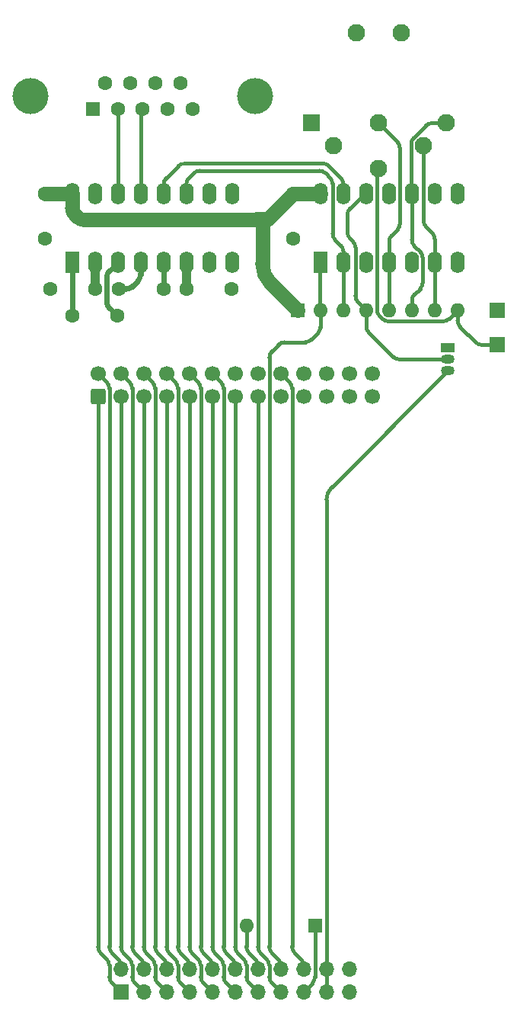
<source format=gbr>
%TF.GenerationSoftware,KiCad,Pcbnew,7.0.9*%
%TF.CreationDate,2023-11-19T21:38:53+01:00*%
%TF.ProjectId,kim-1-aux-card,6b696d2d-312d-4617-9578-2d636172642e,rev?*%
%TF.SameCoordinates,Original*%
%TF.FileFunction,Copper,L1,Top*%
%TF.FilePolarity,Positive*%
%FSLAX46Y46*%
G04 Gerber Fmt 4.6, Leading zero omitted, Abs format (unit mm)*
G04 Created by KiCad (PCBNEW 7.0.9) date 2023-11-19 21:38:53*
%MOMM*%
%LPD*%
G01*
G04 APERTURE LIST*
G04 Aperture macros list*
%AMRoundRect*
0 Rectangle with rounded corners*
0 $1 Rounding radius*
0 $2 $3 $4 $5 $6 $7 $8 $9 X,Y pos of 4 corners*
0 Add a 4 corners polygon primitive as box body*
4,1,4,$2,$3,$4,$5,$6,$7,$8,$9,$2,$3,0*
0 Add four circle primitives for the rounded corners*
1,1,$1+$1,$2,$3*
1,1,$1+$1,$4,$5*
1,1,$1+$1,$6,$7*
1,1,$1+$1,$8,$9*
0 Add four rect primitives between the rounded corners*
20,1,$1+$1,$2,$3,$4,$5,0*
20,1,$1+$1,$4,$5,$6,$7,0*
20,1,$1+$1,$6,$7,$8,$9,0*
20,1,$1+$1,$8,$9,$2,$3,0*%
G04 Aperture macros list end*
%TA.AperFunction,ComponentPad*%
%ADD10C,4.000000*%
%TD*%
%TA.AperFunction,ComponentPad*%
%ADD11R,1.600000X1.600000*%
%TD*%
%TA.AperFunction,ComponentPad*%
%ADD12C,1.600000*%
%TD*%
%TA.AperFunction,ComponentPad*%
%ADD13R,1.500000X1.050000*%
%TD*%
%TA.AperFunction,ComponentPad*%
%ADD14O,1.500000X1.050000*%
%TD*%
%TA.AperFunction,ComponentPad*%
%ADD15R,1.600000X2.400000*%
%TD*%
%TA.AperFunction,ComponentPad*%
%ADD16O,1.600000X2.400000*%
%TD*%
%TA.AperFunction,ComponentPad*%
%ADD17O,1.600000X1.600000*%
%TD*%
%TA.AperFunction,ComponentPad*%
%ADD18RoundRect,0.250000X0.600000X-0.600000X0.600000X0.600000X-0.600000X0.600000X-0.600000X-0.600000X0*%
%TD*%
%TA.AperFunction,ComponentPad*%
%ADD19C,1.700000*%
%TD*%
%TA.AperFunction,ComponentPad*%
%ADD20R,1.950000X1.950000*%
%TD*%
%TA.AperFunction,ComponentPad*%
%ADD21C,1.950000*%
%TD*%
%TA.AperFunction,ComponentPad*%
%ADD22R,1.700000X1.700000*%
%TD*%
%TA.AperFunction,ComponentPad*%
%ADD23O,1.700000X1.700000*%
%TD*%
%TA.AperFunction,Conductor*%
%ADD24C,0.600000*%
%TD*%
%TA.AperFunction,Conductor*%
%ADD25C,1.000000*%
%TD*%
%TA.AperFunction,Conductor*%
%ADD26C,1.600000*%
%TD*%
%TA.AperFunction,Conductor*%
%ADD27C,0.400000*%
%TD*%
G04 APERTURE END LIST*
D10*
%TO.P,J7,0,PAD*%
%TO.N,GND*%
X144180000Y-49600331D03*
X119180000Y-49600331D03*
D11*
%TO.P,J7,1,1*%
%TO.N,unconnected-(J7-Pad1)*%
X126140000Y-51020331D03*
D12*
%TO.P,J7,2,2*%
%TO.N,Net-(U2-T1OUT)*%
X128910000Y-51020331D03*
%TO.P,J7,3,3*%
%TO.N,Net-(U2-R1IN)*%
X131680000Y-51020331D03*
%TO.P,J7,4,4*%
%TO.N,unconnected-(J7-Pad4)*%
X134450000Y-51020331D03*
%TO.P,J7,5,5*%
%TO.N,GND*%
X137220000Y-51020331D03*
%TO.P,J7,6,6*%
%TO.N,unconnected-(J7-Pad6)*%
X127525000Y-48180331D03*
%TO.P,J7,7,7*%
%TO.N,unconnected-(J7-Pad7)*%
X130295000Y-48180331D03*
%TO.P,J7,8,8*%
%TO.N,unconnected-(J7-Pad8)*%
X133065000Y-48180331D03*
%TO.P,J7,9,9*%
%TO.N,unconnected-(J7-Pad9)*%
X135835000Y-48180331D03*
%TD*%
D13*
%TO.P,Q1,1,E*%
%TO.N,GND*%
X165610000Y-77560000D03*
D14*
%TO.P,Q1,2,B*%
%TO.N,Net-(Q1-B)*%
X165610000Y-78830000D03*
%TO.P,Q1,3,C*%
%TO.N,/KBD*%
X165610000Y-80100000D03*
%TD*%
D12*
%TO.P,C2,1*%
%TO.N,Net-(U2-C1+)*%
X123830000Y-74010000D03*
%TO.P,C2,2*%
%TO.N,Net-(U2-C1-)*%
X128830000Y-74010000D03*
%TD*%
%TO.P,C6,1*%
%TO.N,Net-(U2-VS-)*%
X136530000Y-71010000D03*
%TO.P,C6,2*%
%TO.N,GND*%
X141530000Y-71010000D03*
%TD*%
D15*
%TO.P,U1,1*%
%TO.N,/PTR*%
X151450000Y-68060000D03*
D16*
%TO.P,U1,2*%
%TO.N,Net-(RN1B-R2.2)*%
X153990000Y-68060000D03*
%TO.P,U1,3*%
%TO.N,/PA3*%
X156530000Y-68060000D03*
%TO.P,U1,4*%
%TO.N,Net-(RN1D-R4.2)*%
X159070000Y-68060000D03*
%TO.P,U1,5*%
%TO.N,/PA4*%
X161610000Y-68060000D03*
%TO.P,U1,6*%
%TO.N,/PA6*%
X164150000Y-68060000D03*
%TO.P,U1,7,GND*%
%TO.N,GND*%
X166690000Y-68060000D03*
%TO.P,U1,8*%
%TO.N,unconnected-(U1-Pad8)*%
X166690000Y-60440000D03*
%TO.P,U1,9*%
%TO.N,GND*%
X164150000Y-60440000D03*
%TO.P,U1,10*%
%TO.N,/PA7*%
X161610000Y-60440000D03*
%TO.P,U1,11*%
%TO.N,/PA5*%
X159070000Y-60440000D03*
%TO.P,U1,12*%
%TO.N,Net-(Q1-B)*%
X156530000Y-60440000D03*
%TO.P,U1,13*%
%TO.N,Net-(U2-R1OUT)*%
X153990000Y-60440000D03*
%TO.P,U1,14,VCC*%
%TO.N,+5V*%
X151450000Y-60440000D03*
%TD*%
D11*
%TO.P,SW1,1*%
%TO.N,/ROW3*%
X150820000Y-141700000D03*
D17*
%TO.P,SW1,2*%
%TO.N,/COLA*%
X143200000Y-141700000D03*
%TD*%
D12*
%TO.P,C3,1*%
%TO.N,+5V*%
X120780000Y-60440000D03*
%TO.P,C3,2*%
%TO.N,GND*%
X120780000Y-65440000D03*
%TD*%
D18*
%TO.P,J2,1,Pin_1*%
%TO.N,/PA0*%
X126710000Y-82920000D03*
D19*
%TO.P,J2,2,Pin_2*%
%TO.N,/PB0*%
X126710000Y-80380000D03*
%TO.P,J2,3,Pin_3*%
%TO.N,/PA1*%
X129250000Y-82920000D03*
%TO.P,J2,4,Pin_4*%
%TO.N,/PB1*%
X129250000Y-80380000D03*
%TO.P,J2,5,Pin_5*%
%TO.N,/PA2*%
X131790000Y-82920000D03*
%TO.P,J2,6,Pin_6*%
%TO.N,/PB2*%
X131790000Y-80380000D03*
%TO.P,J2,7,Pin_7*%
%TO.N,/PA3*%
X134330000Y-82920000D03*
%TO.P,J2,8,Pin_8*%
%TO.N,/PB3*%
X134330000Y-80380000D03*
%TO.P,J2,9,Pin_9*%
%TO.N,/PA4*%
X136870000Y-82920000D03*
%TO.P,J2,10,Pin_10*%
%TO.N,/PB4*%
X136870000Y-80380000D03*
%TO.P,J2,11,Pin_11*%
%TO.N,/PA5*%
X139410000Y-82920000D03*
%TO.P,J2,12,Pin_12*%
%TO.N,/PB5*%
X139410000Y-80380000D03*
%TO.P,J2,13,Pin_13*%
%TO.N,/PA6*%
X141950000Y-82920000D03*
%TO.P,J2,14,Pin_14*%
%TO.N,unconnected-(J2-Pin_14-Pad14)*%
X141950000Y-80380000D03*
%TO.P,J2,15,Pin_15*%
%TO.N,/PA7*%
X144490000Y-82920000D03*
%TO.P,J2,16,Pin_16*%
%TO.N,unconnected-(J2-Pin_16-Pad16)*%
X144490000Y-80380000D03*
%TO.P,J2,17,Pin_17*%
%TO.N,unconnected-(J2-Pin_17-Pad17)*%
X147030000Y-82920000D03*
%TO.P,J2,18,Pin_18*%
%TO.N,/PB7*%
X147030000Y-80380000D03*
%TO.P,J2,19,Pin_19*%
%TO.N,unconnected-(J2-Pin_19-Pad19)*%
X149570000Y-82920000D03*
%TO.P,J2,20,Pin_20*%
%TO.N,unconnected-(J2-Pin_20-Pad20)*%
X149570000Y-80380000D03*
%TO.P,J2,21,Pin_21*%
%TO.N,unconnected-(J2-Pin_21-Pad21)*%
X152110000Y-82920000D03*
%TO.P,J2,22,Pin_22*%
%TO.N,unconnected-(J2-Pin_22-Pad22)*%
X152110000Y-80380000D03*
%TO.P,J2,23,Pin_23*%
%TO.N,unconnected-(J2-Pin_23-Pad23)*%
X154650000Y-82920000D03*
%TO.P,J2,24,Pin_24*%
%TO.N,unconnected-(J2-Pin_24-Pad24)*%
X154650000Y-80380000D03*
%TO.P,J2,25,Pin_25*%
%TO.N,GND*%
X157190000Y-82920000D03*
%TO.P,J2,26,Pin_26*%
X157190000Y-80380000D03*
%TD*%
D12*
%TO.P,C4,1*%
%TO.N,Net-(U2-C2+)*%
X128990000Y-71010000D03*
%TO.P,C4,2*%
%TO.N,Net-(U2-C2-)*%
X133990000Y-71010000D03*
%TD*%
D11*
%TO.P,RN1,1,R1*%
%TO.N,+5V*%
X148910000Y-73380000D03*
D17*
%TO.P,RN1,2,R1.2*%
%TO.N,/PTR*%
X151450000Y-73380000D03*
%TO.P,RN1,3,R2.2*%
%TO.N,Net-(RN1B-R2.2)*%
X153990000Y-73380000D03*
%TO.P,RN1,4,R3.2*%
%TO.N,Net-(Q1-B)*%
X156530000Y-73380000D03*
%TO.P,RN1,5,R4.2*%
%TO.N,Net-(RN1D-R4.2)*%
X159070000Y-73380000D03*
%TO.P,RN1,6,R5.2*%
%TO.N,/PA7*%
X161610000Y-73380000D03*
%TO.P,RN1,7,R6.2*%
%TO.N,/PA6*%
X164150000Y-73380000D03*
%TO.P,RN1,8,R7.2*%
%TO.N,Net-(J4-Pin_1)*%
X166690000Y-73380000D03*
%TD*%
D12*
%TO.P,C5,1*%
%TO.N,GND*%
X121370000Y-71010000D03*
%TO.P,C5,2*%
%TO.N,Net-(U2-VS+)*%
X126370000Y-71010000D03*
%TD*%
%TO.P,C1,1*%
%TO.N,+5V*%
X148400000Y-60440000D03*
%TO.P,C1,2*%
%TO.N,GND*%
X148400000Y-65440000D03*
%TD*%
D20*
%TO.P,J3,1*%
%TO.N,unconnected-(J3-Pad1)*%
X150400000Y-52590000D03*
D21*
%TO.P,J3,2*%
%TO.N,GND*%
X152900000Y-55090000D03*
%TO.P,J3,3*%
%TO.N,Net-(RN1D-R4.2)*%
X157900000Y-52590000D03*
%TO.P,J3,4*%
%TO.N,/PA6*%
X162900000Y-55090000D03*
%TO.P,J3,5*%
%TO.N,/PA7*%
X165400000Y-52590000D03*
%TO.P,J3,6*%
%TO.N,Net-(J4-Pin_1)*%
X157900000Y-57590000D03*
%TO.P,J3,E1*%
%TO.N,GND*%
X160400000Y-42590000D03*
%TO.P,J3,E2*%
X155400000Y-42590000D03*
%TD*%
D15*
%TO.P,U2,1,C1+*%
%TO.N,Net-(U2-C1+)*%
X123830000Y-68060000D03*
D16*
%TO.P,U2,2,VS+*%
%TO.N,Net-(U2-VS+)*%
X126370000Y-68060000D03*
%TO.P,U2,3,C1-*%
%TO.N,Net-(U2-C1-)*%
X128910000Y-68060000D03*
%TO.P,U2,4,C2+*%
%TO.N,Net-(U2-C2+)*%
X131450000Y-68060000D03*
%TO.P,U2,5,C2-*%
%TO.N,Net-(U2-C2-)*%
X133990000Y-68060000D03*
%TO.P,U2,6,VS-*%
%TO.N,Net-(U2-VS-)*%
X136530000Y-68060000D03*
%TO.P,U2,7,T2OUT*%
%TO.N,unconnected-(U2-T2OUT-Pad7)*%
X139070000Y-68060000D03*
%TO.P,U2,8,R2IN*%
%TO.N,GND*%
X141610000Y-68060000D03*
%TO.P,U2,9,R2OUT*%
%TO.N,unconnected-(U2-R2OUT-Pad9)*%
X141610000Y-60440000D03*
%TO.P,U2,10,T2IN*%
%TO.N,GND*%
X139070000Y-60440000D03*
%TO.P,U2,11,T1IN*%
%TO.N,Net-(RN1B-R2.2)*%
X136530000Y-60440000D03*
%TO.P,U2,12,R1OUT*%
%TO.N,Net-(U2-R1OUT)*%
X133990000Y-60440000D03*
%TO.P,U2,13,R1IN*%
%TO.N,Net-(U2-R1IN)*%
X131450000Y-60440000D03*
%TO.P,U2,14,T1OUT*%
%TO.N,Net-(U2-T1OUT)*%
X128910000Y-60440000D03*
%TO.P,U2,15,GND*%
%TO.N,GND*%
X126370000Y-60440000D03*
%TO.P,U2,16,VCC*%
%TO.N,+5V*%
X123830000Y-60440000D03*
%TD*%
D22*
%TO.P,J5,1,Pin_1*%
%TO.N,GND*%
X171120000Y-73380000D03*
%TD*%
%TO.P,J1,1,Pin_1*%
%TO.N,/PA0*%
X129250000Y-149070000D03*
D23*
%TO.P,J1,2,Pin_2*%
%TO.N,/PB0*%
X129250000Y-146530000D03*
%TO.P,J1,3,Pin_3*%
%TO.N,/PA1*%
X131790000Y-149070000D03*
%TO.P,J1,4,Pin_4*%
%TO.N,/PB1*%
X131790000Y-146530000D03*
%TO.P,J1,5,Pin_5*%
%TO.N,/PA2*%
X134330000Y-149070000D03*
%TO.P,J1,6,Pin_6*%
%TO.N,/PB2*%
X134330000Y-146530000D03*
%TO.P,J1,7,Pin_7*%
%TO.N,/PA3*%
X136870000Y-149070000D03*
%TO.P,J1,8,Pin_8*%
%TO.N,/PB3*%
X136870000Y-146530000D03*
%TO.P,J1,9,Pin_9*%
%TO.N,/PA4*%
X139410000Y-149070000D03*
%TO.P,J1,10,Pin_10*%
%TO.N,/PB4*%
X139410000Y-146530000D03*
%TO.P,J1,11,Pin_11*%
%TO.N,/PA5*%
X141950000Y-149070000D03*
%TO.P,J1,12,Pin_12*%
%TO.N,/PB5*%
X141950000Y-146530000D03*
%TO.P,J1,13,Pin_13*%
%TO.N,/PA6*%
X144490000Y-149070000D03*
%TO.P,J1,14,Pin_14*%
%TO.N,/COLA*%
X144490000Y-146530000D03*
%TO.P,J1,15,Pin_15*%
%TO.N,/PA7*%
X147030000Y-149070000D03*
%TO.P,J1,16,Pin_16*%
%TO.N,/PTR*%
X147030000Y-146530000D03*
%TO.P,J1,17,Pin_17*%
%TO.N,/ROW3*%
X149570000Y-149070000D03*
%TO.P,J1,18,Pin_18*%
%TO.N,/PB7*%
X149570000Y-146530000D03*
%TO.P,J1,19,Pin_19*%
%TO.N,/KBD*%
X152110000Y-149070000D03*
%TO.P,J1,20,Pin_20*%
X152110000Y-146530000D03*
%TO.P,J1,21,Pin_21*%
%TO.N,GND*%
X154650000Y-149070000D03*
%TO.P,J1,22,Pin_22*%
X154650000Y-146530000D03*
%TD*%
D22*
%TO.P,J6,1,Pin_1*%
%TO.N,+5V*%
X144980000Y-63330000D03*
%TD*%
%TO.P,J4,1,Pin_1*%
%TO.N,Net-(J4-Pin_1)*%
X171120000Y-77230000D03*
%TD*%
D24*
%TO.N,Net-(U2-C1+)*%
X123830000Y-74010000D02*
X123830000Y-68060000D01*
%TO.N,Net-(U2-C1-)*%
X127690000Y-72455786D02*
X127690000Y-69694214D01*
X127982893Y-68987107D02*
X128910000Y-68060000D01*
X128830000Y-74010000D02*
X127982893Y-73162893D01*
X127690010Y-72455786D02*
G75*
G03*
X127982893Y-73162893I999990J-14D01*
G01*
X127982886Y-68987100D02*
G75*
G03*
X127690000Y-69694214I707114J-707100D01*
G01*
%TO.N,Net-(U2-C2+)*%
X131450000Y-69375786D02*
X131450000Y-68060000D01*
X130522893Y-70717107D02*
X131157107Y-70082893D01*
X128990000Y-71010000D02*
X129815786Y-71010000D01*
X131157114Y-70082900D02*
G75*
G03*
X131450000Y-69375786I-707114J707100D01*
G01*
X129815786Y-71009990D02*
G75*
G03*
X130522893Y-70717107I14J999990D01*
G01*
%TO.N,Net-(U2-C2-)*%
X133990000Y-71010000D02*
X133990000Y-68060000D01*
D25*
%TO.N,Net-(U2-VS+)*%
X126370000Y-68060000D02*
X126370000Y-71010000D01*
%TO.N,Net-(U2-VS-)*%
X136530000Y-71010000D02*
X136530000Y-68060000D01*
D26*
%TO.N,+5V*%
X124427107Y-63037107D02*
X124122893Y-62732893D01*
X148400000Y-60440000D02*
X151450000Y-60440000D01*
X145858680Y-70328680D02*
X148910000Y-73380000D01*
X120780000Y-60440000D02*
X123830000Y-60440000D01*
X144980000Y-63330000D02*
X145510000Y-63330000D01*
X144980000Y-63330000D02*
X125134214Y-63330000D01*
X123830000Y-62025786D02*
X123830000Y-60440000D01*
X145510000Y-63330000D02*
X148400000Y-60440000D01*
X144980000Y-63330000D02*
X144980000Y-68207359D01*
X144980029Y-68207359D02*
G75*
G03*
X145858680Y-70328680I2999971J-41D01*
G01*
X123830010Y-62025786D02*
G75*
G03*
X124122893Y-62732893I999990J-14D01*
G01*
X124427080Y-63037134D02*
G75*
G03*
X125134214Y-63330000I707120J707234D01*
G01*
D27*
%TO.N,/PA0*%
X127960000Y-147365786D02*
X127960000Y-146124214D01*
X126710000Y-82920000D02*
X126710000Y-144045786D01*
X129250000Y-149070000D02*
X128252893Y-148072893D01*
X127667107Y-145417107D02*
X127002893Y-144752893D01*
X126710010Y-144045786D02*
G75*
G03*
X127002893Y-144752893I999990J-14D01*
G01*
X127960010Y-147365786D02*
G75*
G03*
X128252893Y-148072893I999990J-14D01*
G01*
X127959990Y-146124214D02*
G75*
G03*
X127667107Y-145417107I-999990J14D01*
G01*
%TO.N,/PB0*%
X128957107Y-145437107D02*
X128252893Y-144732893D01*
X127960000Y-144025786D02*
X127960000Y-82044214D01*
X127667107Y-81337107D02*
X126710000Y-80380000D01*
X129250000Y-146530000D02*
X129250000Y-146144214D01*
X127959990Y-82044214D02*
G75*
G03*
X127667107Y-81337107I-999990J14D01*
G01*
X127960010Y-144025786D02*
G75*
G03*
X128252893Y-144732893I999990J-14D01*
G01*
X129249990Y-146144214D02*
G75*
G03*
X128957107Y-145437107I-999990J14D01*
G01*
%TO.N,/PA1*%
X129250000Y-82920000D02*
X129250000Y-144045786D01*
X130500000Y-147365786D02*
X130500000Y-146124214D01*
X131790000Y-149070000D02*
X130792893Y-148072893D01*
X130207107Y-145417107D02*
X129542893Y-144752893D01*
X130499990Y-146124214D02*
G75*
G03*
X130207107Y-145417107I-999990J14D01*
G01*
X129250010Y-144045786D02*
G75*
G03*
X129542893Y-144752893I999990J-14D01*
G01*
X130500010Y-147365786D02*
G75*
G03*
X130792893Y-148072893I999990J-14D01*
G01*
%TO.N,/PB1*%
X130207107Y-81337107D02*
X129250000Y-80380000D01*
X131790000Y-146530000D02*
X131790000Y-146144214D01*
X131497107Y-145437107D02*
X130792893Y-144732893D01*
X130500000Y-144025786D02*
X130500000Y-82044214D01*
X130499990Y-82044214D02*
G75*
G03*
X130207107Y-81337107I-999990J14D01*
G01*
X130500010Y-144025786D02*
G75*
G03*
X130792893Y-144732893I999990J-14D01*
G01*
X131789990Y-146144214D02*
G75*
G03*
X131497107Y-145437107I-999990J14D01*
G01*
%TO.N,/PA2*%
X134330000Y-149070000D02*
X133332893Y-148072893D01*
X131790000Y-82920000D02*
X131790000Y-144045786D01*
X132747107Y-145417107D02*
X132082893Y-144752893D01*
X133040000Y-147365786D02*
X133040000Y-146124214D01*
X133039990Y-146124214D02*
G75*
G03*
X132747107Y-145417107I-999990J14D01*
G01*
X133040010Y-147365786D02*
G75*
G03*
X133332893Y-148072893I999990J-14D01*
G01*
X131790010Y-144045786D02*
G75*
G03*
X132082893Y-144752893I999990J-14D01*
G01*
%TO.N,/PB2*%
X132747107Y-81337107D02*
X131790000Y-80380000D01*
X133040000Y-144025786D02*
X133040000Y-82044214D01*
X134037107Y-145437107D02*
X133332893Y-144732893D01*
X134330000Y-146530000D02*
X134330000Y-146144214D01*
X133039990Y-82044214D02*
G75*
G03*
X132747107Y-81337107I-999990J14D01*
G01*
X133040010Y-144025786D02*
G75*
G03*
X133332893Y-144732893I999990J-14D01*
G01*
X134329990Y-146144214D02*
G75*
G03*
X134037107Y-145437107I-999990J14D01*
G01*
%TO.N,/PA3*%
X136870000Y-149070000D02*
X135872893Y-148072893D01*
X135580000Y-147365786D02*
X135580000Y-146124214D01*
X134330000Y-82920000D02*
X134330000Y-144045786D01*
X135287107Y-145417107D02*
X134622893Y-144752893D01*
X135580010Y-147365786D02*
G75*
G03*
X135872893Y-148072893I999990J-14D01*
G01*
X135579990Y-146124214D02*
G75*
G03*
X135287107Y-145417107I-999990J14D01*
G01*
X134330010Y-144045786D02*
G75*
G03*
X134622893Y-144752893I999990J-14D01*
G01*
%TO.N,/PB3*%
X136577107Y-145437107D02*
X135872893Y-144732893D01*
X135287107Y-81337107D02*
X134330000Y-80380000D01*
X135580000Y-144025786D02*
X135580000Y-82044214D01*
X136870000Y-146530000D02*
X136870000Y-146144214D01*
X136869990Y-146144214D02*
G75*
G03*
X136577107Y-145437107I-999990J14D01*
G01*
X135580010Y-144025786D02*
G75*
G03*
X135872893Y-144732893I999990J-14D01*
G01*
X135579990Y-82044214D02*
G75*
G03*
X135287107Y-81337107I-999990J14D01*
G01*
%TO.N,/PA4*%
X138120000Y-147365786D02*
X138120000Y-146124214D01*
X136870000Y-82920000D02*
X136870000Y-144045786D01*
X137827107Y-145417107D02*
X137162893Y-144752893D01*
X139410000Y-149070000D02*
X138412893Y-148072893D01*
X138120010Y-147365786D02*
G75*
G03*
X138412893Y-148072893I999990J-14D01*
G01*
X136870010Y-144045786D02*
G75*
G03*
X137162893Y-144752893I999990J-14D01*
G01*
X138119990Y-146124214D02*
G75*
G03*
X137827107Y-145417107I-999990J14D01*
G01*
%TO.N,/PB4*%
X138120000Y-144025786D02*
X138120000Y-82044214D01*
X139410000Y-146530000D02*
X139410000Y-146144214D01*
X137827107Y-81337107D02*
X136870000Y-80380000D01*
X139117107Y-145437107D02*
X138412893Y-144732893D01*
X139409990Y-146144214D02*
G75*
G03*
X139117107Y-145437107I-999990J14D01*
G01*
X138120010Y-144025786D02*
G75*
G03*
X138412893Y-144732893I999990J-14D01*
G01*
X138119990Y-82044214D02*
G75*
G03*
X137827107Y-81337107I-999990J14D01*
G01*
%TO.N,/PA5*%
X140660000Y-147365786D02*
X140660000Y-146124214D01*
X140367107Y-145417107D02*
X139702893Y-144752893D01*
X139410000Y-82920000D02*
X139410000Y-144045786D01*
X141950000Y-149070000D02*
X140952893Y-148072893D01*
X140660010Y-147365786D02*
G75*
G03*
X140952893Y-148072893I999990J-14D01*
G01*
X139410010Y-144045786D02*
G75*
G03*
X139702893Y-144752893I999990J-14D01*
G01*
X140659990Y-146124214D02*
G75*
G03*
X140367107Y-145417107I-999990J14D01*
G01*
%TO.N,/PB5*%
X141950000Y-146530000D02*
X141950000Y-146144214D01*
X141657107Y-145437107D02*
X140952893Y-144732893D01*
X140660000Y-144025786D02*
X140660000Y-82044214D01*
X140367107Y-81337107D02*
X139410000Y-80380000D01*
X140660010Y-144025786D02*
G75*
G03*
X140952893Y-144732893I999990J-14D01*
G01*
X140659990Y-82044214D02*
G75*
G03*
X140367107Y-81337107I-999990J14D01*
G01*
X141949990Y-146144214D02*
G75*
G03*
X141657107Y-145437107I-999990J14D01*
G01*
%TO.N,/PA6*%
X142907107Y-145417107D02*
X142242893Y-144752893D01*
X163192893Y-64112893D02*
X163857107Y-64777107D01*
X164150000Y-68060000D02*
X164150000Y-73380000D01*
X144490000Y-149070000D02*
X143492893Y-148072893D01*
X143200000Y-147365786D02*
X143200000Y-146124214D01*
X164150000Y-65484214D02*
X164150000Y-68060000D01*
X162900000Y-55090000D02*
X162900000Y-63405786D01*
X162900000Y-55090000D02*
X162880000Y-55110000D01*
X141950000Y-82920000D02*
X141950000Y-144045786D01*
X143199990Y-146124214D02*
G75*
G03*
X142907107Y-145417107I-999990J14D01*
G01*
X164149990Y-65484214D02*
G75*
G03*
X163857107Y-64777107I-999990J14D01*
G01*
X162900010Y-63405786D02*
G75*
G03*
X163192893Y-64112893I999990J-14D01*
G01*
X143200010Y-147365786D02*
G75*
G03*
X143492893Y-148072893I999990J-14D01*
G01*
X141950010Y-144045786D02*
G75*
G03*
X142242893Y-144752893I999990J-14D01*
G01*
%TO.N,/PB7*%
X148280000Y-144025786D02*
X148280000Y-82044214D01*
X149570000Y-146530000D02*
X149570000Y-146144214D01*
X147987107Y-81337107D02*
X147030000Y-80380000D01*
X149277107Y-145437107D02*
X148572893Y-144732893D01*
X149569990Y-146144214D02*
G75*
G03*
X149277107Y-145437107I-999990J14D01*
G01*
X148280010Y-144025786D02*
G75*
G03*
X148572893Y-144732893I999990J-14D01*
G01*
X148279990Y-82044214D02*
G75*
G03*
X147987107Y-81337107I-999990J14D01*
G01*
%TO.N,/PA7*%
X165400000Y-52590000D02*
X163869670Y-52590000D01*
X161902893Y-66255837D02*
X162517107Y-66870051D01*
X161525000Y-60355000D02*
X161610000Y-60440000D01*
X147030000Y-149070000D02*
X146032893Y-148072893D01*
X163162563Y-52882893D02*
X161817893Y-54227563D01*
X161525000Y-54934670D02*
X161525000Y-60355000D01*
X161610000Y-72304214D02*
X161610000Y-73380000D01*
X162810000Y-67577158D02*
X162810000Y-70275786D01*
X145447107Y-145417107D02*
X144782893Y-144752893D01*
X161610000Y-60440000D02*
X161610000Y-65548730D01*
X144490000Y-82920000D02*
X144490000Y-144045786D01*
X145740000Y-147365786D02*
X145740000Y-146124214D01*
X162517107Y-70982893D02*
X161902893Y-71597107D01*
X161609979Y-65548730D02*
G75*
G03*
X161902893Y-66255837I1000021J30D01*
G01*
X145739990Y-146124214D02*
G75*
G03*
X145447107Y-145417107I-999990J14D01*
G01*
X162517114Y-70982900D02*
G75*
G03*
X162810000Y-70275786I-707114J707100D01*
G01*
X161817908Y-54227578D02*
G75*
G03*
X161525000Y-54934670I707092J-707122D01*
G01*
X144490010Y-144045786D02*
G75*
G03*
X144782893Y-144752893I999990J-14D01*
G01*
X161902886Y-71597100D02*
G75*
G03*
X161610000Y-72304214I707114J-707100D01*
G01*
X163869670Y-52589979D02*
G75*
G03*
X163162563Y-52882893I30J-1000021D01*
G01*
X162810030Y-67577158D02*
G75*
G03*
X162517107Y-66870051I-1000030J-42D01*
G01*
X145740010Y-147365786D02*
G75*
G03*
X146032893Y-148072893I999990J-14D01*
G01*
%TO.N,/COLA*%
X144490000Y-146530000D02*
X144490000Y-146144214D01*
X143200000Y-144005786D02*
X143220000Y-141700000D01*
X144197107Y-145437107D02*
X143492893Y-144732893D01*
X143200010Y-144025786D02*
G75*
G03*
X143492893Y-144732893I999990J-14D01*
G01*
X144489990Y-146144214D02*
G75*
G03*
X144197107Y-145437107I-999990J14D01*
G01*
%TO.N,/ROW3*%
X150820000Y-147405786D02*
X150820000Y-141700000D01*
X149570000Y-149070000D02*
X150527107Y-148112893D01*
X150527114Y-148112900D02*
G75*
G03*
X150820000Y-147405786I-707114J707100D01*
G01*
%TO.N,/PTR*%
X146737107Y-145437107D02*
X146032893Y-144732893D01*
X151450000Y-75205786D02*
X151450000Y-73380000D01*
X151360000Y-73380000D02*
X151360000Y-68060000D01*
X145760000Y-141700000D02*
X145760000Y-78634214D01*
X151400000Y-73380000D02*
X151430000Y-73350000D01*
X147030000Y-146530000D02*
X147030000Y-146144214D01*
X146052893Y-77927107D02*
X146767107Y-77212893D01*
X147474214Y-76920000D02*
X149735786Y-76920000D01*
X145740000Y-144005786D02*
X145760000Y-141700000D01*
X150442893Y-76627107D02*
X151157107Y-75912893D01*
X145740010Y-144025786D02*
G75*
G03*
X146032893Y-144732893I999990J-14D01*
G01*
X146052886Y-77927100D02*
G75*
G03*
X145760000Y-78634214I707114J-707100D01*
G01*
X147029990Y-146144214D02*
G75*
G03*
X146737107Y-145437107I-999990J14D01*
G01*
X151157114Y-75912900D02*
G75*
G03*
X151450000Y-75205786I-707114J707100D01*
G01*
X147474214Y-76920010D02*
G75*
G03*
X146767107Y-77212893I-14J-999990D01*
G01*
X149735786Y-76919990D02*
G75*
G03*
X150442893Y-76627107I14J999990D01*
G01*
%TO.N,Net-(Q1-B)*%
X156530000Y-73380000D02*
X155622893Y-72472893D01*
X155330000Y-71765786D02*
X155330000Y-66424214D01*
X159517107Y-78537107D02*
X156822893Y-75842893D01*
X154440000Y-64705786D02*
X154440000Y-62774214D01*
X156360000Y-60440000D02*
X156530000Y-60440000D01*
X155037107Y-65717107D02*
X154732893Y-65412893D01*
X154732893Y-62067107D02*
X156360000Y-60440000D01*
X165610000Y-78830000D02*
X160224214Y-78830000D01*
X156530000Y-75135786D02*
X156530000Y-73380000D01*
X154440010Y-64705786D02*
G75*
G03*
X154732893Y-65412893I999990J-14D01*
G01*
X154732886Y-62067100D02*
G75*
G03*
X154440000Y-62774214I707114J-707100D01*
G01*
X155330010Y-71765786D02*
G75*
G03*
X155622893Y-72472893I999990J-14D01*
G01*
X156530010Y-75135786D02*
G75*
G03*
X156822893Y-75842893I999990J-14D01*
G01*
X159517100Y-78537114D02*
G75*
G03*
X160224214Y-78830000I707100J707114D01*
G01*
X155329990Y-66424214D02*
G75*
G03*
X155037107Y-65717107I-999990J14D01*
G01*
%TO.N,Net-(J4-Pin_1)*%
X171120000Y-77230000D02*
X169414214Y-77230000D01*
X157730000Y-57760000D02*
X157730000Y-73322843D01*
X159007157Y-74600000D02*
X165055786Y-74600000D01*
X168707107Y-76937107D02*
X166982893Y-75212893D01*
X157900000Y-57590000D02*
X157730000Y-57760000D01*
X166690000Y-74505786D02*
X166690000Y-73380000D01*
X165762893Y-74307107D02*
X166690000Y-73380000D01*
X158022893Y-74029950D02*
X158300050Y-74307107D01*
X166670000Y-73410000D02*
X166640000Y-73380000D01*
X168707100Y-76937114D02*
G75*
G03*
X169414214Y-77230000I707100J707114D01*
G01*
X165055786Y-74599990D02*
G75*
G03*
X165762893Y-74307107I14J999990D01*
G01*
X158300072Y-74307085D02*
G75*
G03*
X159007157Y-74600000I707128J707085D01*
G01*
X157729970Y-73322843D02*
G75*
G03*
X158022894Y-74029949I1000030J43D01*
G01*
X166690010Y-74505786D02*
G75*
G03*
X166982893Y-75212893I999990J-14D01*
G01*
%TO.N,Net-(U2-T1OUT)*%
X128910000Y-60440000D02*
X128910000Y-51020331D01*
%TO.N,Net-(U2-R1IN)*%
X131596447Y-51103884D02*
X131680000Y-51020331D01*
X131450000Y-60440000D02*
X131450000Y-51457438D01*
X131596437Y-51103874D02*
G75*
G03*
X131450000Y-51457438I353763J-353626D01*
G01*
%TO.N,Net-(U2-R1OUT)*%
X136334214Y-57070000D02*
X151695786Y-57070000D01*
X153990000Y-59364214D02*
X153990000Y-60440000D01*
X152402893Y-57362893D02*
X153697107Y-58657107D01*
X134282893Y-58707107D02*
X135627107Y-57362893D01*
X133990000Y-60440000D02*
X133990000Y-59414214D01*
X153989990Y-59364214D02*
G75*
G03*
X153697107Y-58657107I-999990J14D01*
G01*
X152402900Y-57362886D02*
G75*
G03*
X151695786Y-57070000I-707100J-707114D01*
G01*
X134282886Y-58707100D02*
G75*
G03*
X133990000Y-59414214I707114J-707100D01*
G01*
X136334214Y-57070010D02*
G75*
G03*
X135627107Y-57362893I-14J-999990D01*
G01*
%TO.N,Net-(RN1B-R2.2)*%
X136530000Y-60440000D02*
X136530000Y-59384214D01*
X152012893Y-58172893D02*
X152497107Y-58657107D01*
X136822893Y-58677107D02*
X137327107Y-58172893D01*
X153082893Y-65552893D02*
X153697107Y-66167107D01*
X153990000Y-66874214D02*
X153990000Y-68060000D01*
X153940000Y-73380000D02*
X153970000Y-73350000D01*
X152790000Y-59364214D02*
X152790000Y-64845786D01*
X138034214Y-57880000D02*
X151305786Y-57880000D01*
X153990000Y-68060000D02*
X153990000Y-73380000D01*
X152790010Y-64845786D02*
G75*
G03*
X153082893Y-65552893I999990J-14D01*
G01*
X152012900Y-58172886D02*
G75*
G03*
X151305786Y-57880000I-707100J-707114D01*
G01*
X152789990Y-59364214D02*
G75*
G03*
X152497107Y-58657107I-999990J14D01*
G01*
X136822886Y-58677100D02*
G75*
G03*
X136530000Y-59384214I707114J-707100D01*
G01*
X153989990Y-66874214D02*
G75*
G03*
X153697107Y-66167107I-999990J14D01*
G01*
X138034214Y-57880010D02*
G75*
G03*
X137327107Y-58172893I-14J-999990D01*
G01*
%TO.N,Net-(RN1D-R4.2)*%
X159070000Y-65764214D02*
X159070000Y-68060000D01*
X160270000Y-55374214D02*
X160270000Y-63735786D01*
X159977107Y-64442893D02*
X159362893Y-65057107D01*
X157900000Y-52590000D02*
X159977107Y-54667107D01*
X159070000Y-68060000D02*
X159070000Y-73380000D01*
X159362886Y-65057100D02*
G75*
G03*
X159070000Y-65764214I707114J-707100D01*
G01*
X159977114Y-64442900D02*
G75*
G03*
X160270000Y-63735786I-707114J707100D01*
G01*
X160269990Y-55374214D02*
G75*
G03*
X159977107Y-54667107I-999990J14D01*
G01*
%TO.N,/KBD*%
X165610000Y-80100000D02*
X152695786Y-93014214D01*
X152110000Y-149070000D02*
X152110000Y-146530000D01*
X152110000Y-94428427D02*
X152110000Y-146530000D01*
X152695772Y-93014200D02*
G75*
G03*
X152110000Y-94428427I1414228J-1414200D01*
G01*
%TD*%
M02*

</source>
